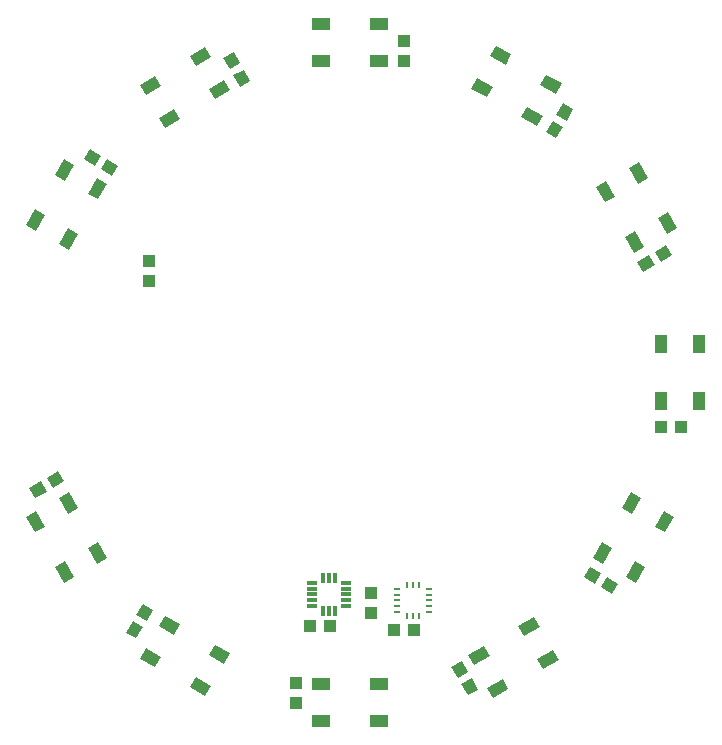
<source format=gtp>
G75*
%MOIN*%
%OFA0B0*%
%FSLAX25Y25*%
%IPPOS*%
%LPD*%
%AMOC8*
5,1,8,0,0,1.08239X$1,22.5*
%
%ADD10R,0.05906X0.03937*%
%ADD11R,0.03937X0.05906*%
%ADD12R,0.04331X0.03937*%
%ADD13R,0.03937X0.04331*%
%ADD14R,0.03750X0.01181*%
%ADD15R,0.01181X0.03350*%
%ADD16R,0.01969X0.00984*%
%ADD17R,0.00984X0.01969*%
D10*
G36*
X0082577Y0023842D02*
X0077463Y0026795D01*
X0079431Y0030202D01*
X0084545Y0027249D01*
X0082577Y0023842D01*
G37*
G36*
X0065870Y0033488D02*
X0060756Y0036441D01*
X0062724Y0039848D01*
X0067838Y0036895D01*
X0065870Y0033488D01*
G37*
G36*
X0088876Y0034752D02*
X0083762Y0037705D01*
X0085730Y0041112D01*
X0090844Y0038159D01*
X0088876Y0034752D01*
G37*
X0121154Y0028099D03*
X0140446Y0028099D03*
G36*
X0177338Y0037205D02*
X0172224Y0034252D01*
X0170256Y0037659D01*
X0175370Y0040612D01*
X0177338Y0037205D01*
G37*
G36*
X0194045Y0046851D02*
X0188931Y0043898D01*
X0186963Y0047305D01*
X0192077Y0050258D01*
X0194045Y0046851D01*
G37*
G36*
X0200344Y0035941D02*
X0195230Y0032988D01*
X0193262Y0036395D01*
X0198376Y0039348D01*
X0200344Y0035941D01*
G37*
G36*
X0183637Y0026295D02*
X0178523Y0023342D01*
X0176555Y0026749D01*
X0181669Y0029702D01*
X0183637Y0026295D01*
G37*
X0140446Y0015501D03*
X0121154Y0015501D03*
G36*
X0072169Y0044398D02*
X0067055Y0047351D01*
X0069023Y0050758D01*
X0074137Y0047805D01*
X0072169Y0044398D01*
G37*
G36*
X0035441Y0061756D02*
X0032488Y0066870D01*
X0035895Y0068838D01*
X0038848Y0063724D01*
X0035441Y0061756D01*
G37*
G36*
X0046351Y0068055D02*
X0043398Y0073169D01*
X0046805Y0075137D01*
X0049758Y0070023D01*
X0046351Y0068055D01*
G37*
G36*
X0025795Y0078463D02*
X0022842Y0083577D01*
X0026249Y0085545D01*
X0029202Y0080431D01*
X0025795Y0078463D01*
G37*
G36*
X0036705Y0084762D02*
X0033752Y0089876D01*
X0037159Y0091844D01*
X0040112Y0086730D01*
X0036705Y0084762D01*
G37*
G36*
X0218202Y0073169D02*
X0215249Y0068055D01*
X0211842Y0070023D01*
X0214795Y0075137D01*
X0218202Y0073169D01*
G37*
G36*
X0229112Y0066870D02*
X0226159Y0061756D01*
X0222752Y0063724D01*
X0225705Y0068838D01*
X0229112Y0066870D01*
G37*
G36*
X0238758Y0083577D02*
X0235805Y0078463D01*
X0232398Y0080431D01*
X0235351Y0085545D01*
X0238758Y0083577D01*
G37*
G36*
X0227848Y0089876D02*
X0224895Y0084762D01*
X0221488Y0086730D01*
X0224441Y0091844D01*
X0227848Y0089876D01*
G37*
G36*
X0225895Y0178838D02*
X0228848Y0173724D01*
X0225441Y0171756D01*
X0222488Y0176870D01*
X0225895Y0178838D01*
G37*
G36*
X0236805Y0185137D02*
X0239758Y0180023D01*
X0236351Y0178055D01*
X0233398Y0183169D01*
X0236805Y0185137D01*
G37*
G36*
X0216249Y0195545D02*
X0219202Y0190431D01*
X0215795Y0188463D01*
X0212842Y0193577D01*
X0216249Y0195545D01*
G37*
G36*
X0227159Y0201844D02*
X0230112Y0196730D01*
X0226705Y0194762D01*
X0223752Y0199876D01*
X0227159Y0201844D01*
G37*
G36*
X0189931Y0220202D02*
X0195045Y0217249D01*
X0193077Y0213842D01*
X0187963Y0216795D01*
X0189931Y0220202D01*
G37*
G36*
X0173224Y0229848D02*
X0178338Y0226895D01*
X0176370Y0223488D01*
X0171256Y0226441D01*
X0173224Y0229848D01*
G37*
G36*
X0179523Y0240758D02*
X0184637Y0237805D01*
X0182669Y0234398D01*
X0177555Y0237351D01*
X0179523Y0240758D01*
G37*
X0140446Y0235501D03*
X0121154Y0235501D03*
G36*
X0083762Y0226395D02*
X0088876Y0229348D01*
X0090844Y0225941D01*
X0085730Y0222988D01*
X0083762Y0226395D01*
G37*
G36*
X0060756Y0227659D02*
X0065870Y0230612D01*
X0067838Y0227205D01*
X0062724Y0224252D01*
X0060756Y0227659D01*
G37*
G36*
X0077463Y0237305D02*
X0082577Y0240258D01*
X0084545Y0236851D01*
X0079431Y0233898D01*
X0077463Y0237305D01*
G37*
X0121154Y0248099D03*
X0140446Y0248099D03*
G36*
X0196230Y0231112D02*
X0201344Y0228159D01*
X0199376Y0224752D01*
X0194262Y0227705D01*
X0196230Y0231112D01*
G37*
G36*
X0067055Y0216749D02*
X0072169Y0219702D01*
X0074137Y0216295D01*
X0069023Y0213342D01*
X0067055Y0216749D01*
G37*
G36*
X0032488Y0197730D02*
X0035441Y0202844D01*
X0038848Y0200876D01*
X0035895Y0195762D01*
X0032488Y0197730D01*
G37*
G36*
X0043398Y0191431D02*
X0046351Y0196545D01*
X0049758Y0194577D01*
X0046805Y0189463D01*
X0043398Y0191431D01*
G37*
G36*
X0022842Y0181023D02*
X0025795Y0186137D01*
X0029202Y0184169D01*
X0026249Y0179055D01*
X0022842Y0181023D01*
G37*
G36*
X0033752Y0174724D02*
X0036705Y0179838D01*
X0040112Y0177870D01*
X0037159Y0172756D01*
X0033752Y0174724D01*
G37*
D11*
X0234501Y0141446D03*
X0247099Y0141446D03*
X0247099Y0122154D03*
X0234501Y0122154D03*
D12*
X0234354Y0113600D03*
X0241046Y0113600D03*
G36*
X0210712Y0066959D02*
X0214460Y0064794D01*
X0212492Y0061387D01*
X0208744Y0063552D01*
X0210712Y0066959D01*
G37*
G36*
X0216508Y0063613D02*
X0220256Y0061448D01*
X0218288Y0058041D01*
X0214540Y0060206D01*
X0216508Y0063613D01*
G37*
X0152146Y0045800D03*
X0145454Y0045800D03*
X0124146Y0047300D03*
X0117454Y0047300D03*
G36*
X0168048Y0035656D02*
X0170213Y0031908D01*
X0166806Y0029940D01*
X0164641Y0033688D01*
X0168048Y0035656D01*
G37*
G36*
X0171394Y0029860D02*
X0173559Y0026112D01*
X0170152Y0024144D01*
X0167987Y0027892D01*
X0171394Y0029860D01*
G37*
G36*
X0065159Y0052688D02*
X0062994Y0048940D01*
X0059587Y0050908D01*
X0061752Y0054656D01*
X0065159Y0052688D01*
G37*
G36*
X0061813Y0046892D02*
X0059648Y0043144D01*
X0056241Y0045112D01*
X0058406Y0048860D01*
X0061813Y0046892D01*
G37*
G36*
X0029660Y0092106D02*
X0025912Y0089941D01*
X0023944Y0093348D01*
X0027692Y0095513D01*
X0029660Y0092106D01*
G37*
G36*
X0035456Y0095452D02*
X0031708Y0093287D01*
X0029740Y0096694D01*
X0033488Y0098859D01*
X0035456Y0095452D01*
G37*
G36*
X0226644Y0168748D02*
X0230392Y0170913D01*
X0232360Y0167506D01*
X0228612Y0165341D01*
X0226644Y0168748D01*
G37*
G36*
X0232440Y0172094D02*
X0236188Y0174259D01*
X0238156Y0170852D01*
X0234408Y0168687D01*
X0232440Y0172094D01*
G37*
G36*
X0196241Y0211912D02*
X0198406Y0215660D01*
X0201813Y0213692D01*
X0199648Y0209944D01*
X0196241Y0211912D01*
G37*
G36*
X0199587Y0217708D02*
X0201752Y0221456D01*
X0205159Y0219488D01*
X0202994Y0215740D01*
X0199587Y0217708D01*
G37*
G36*
X0094152Y0227044D02*
X0091987Y0230792D01*
X0095394Y0232760D01*
X0097559Y0229012D01*
X0094152Y0227044D01*
G37*
G36*
X0090806Y0232840D02*
X0088641Y0236588D01*
X0092048Y0238556D01*
X0094213Y0234808D01*
X0090806Y0232840D01*
G37*
G36*
X0045792Y0200687D02*
X0042044Y0202852D01*
X0044012Y0206259D01*
X0047760Y0204094D01*
X0045792Y0200687D01*
G37*
G36*
X0051588Y0197341D02*
X0047840Y0199506D01*
X0049808Y0202913D01*
X0053556Y0200748D01*
X0051588Y0197341D01*
G37*
D13*
X0063700Y0168846D03*
X0063700Y0162154D03*
X0148800Y0235454D03*
X0148800Y0242146D03*
X0137800Y0058146D03*
X0137800Y0051454D03*
X0112900Y0028246D03*
X0112900Y0021554D03*
D14*
X0118185Y0053863D03*
X0118185Y0055831D03*
X0118185Y0057800D03*
X0118185Y0059769D03*
X0118185Y0061737D03*
X0129415Y0061737D03*
X0129415Y0059769D03*
X0129415Y0057800D03*
X0129415Y0055831D03*
X0129415Y0053863D03*
D15*
X0125769Y0052280D03*
X0123800Y0052280D03*
X0121831Y0052280D03*
X0121831Y0063320D03*
X0123800Y0063320D03*
X0125769Y0063320D03*
D16*
X0146485Y0059737D03*
X0146485Y0057769D03*
X0146485Y0055800D03*
X0146485Y0053831D03*
X0146485Y0051863D03*
X0157115Y0051863D03*
X0157115Y0053831D03*
X0157115Y0055800D03*
X0157115Y0057769D03*
X0157115Y0059737D03*
D17*
X0153769Y0061115D03*
X0151800Y0061115D03*
X0149831Y0061115D03*
X0149831Y0050485D03*
X0151800Y0050485D03*
X0153769Y0050485D03*
M02*

</source>
